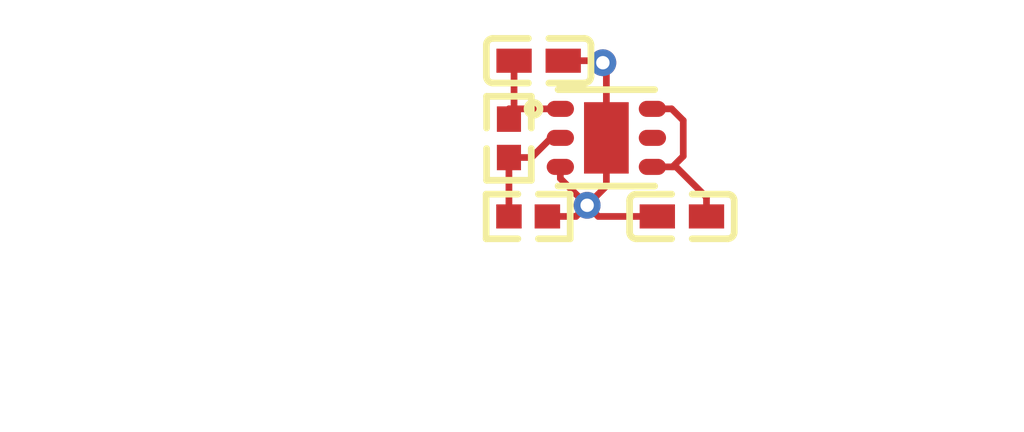
<source format=kicad_pcb>
(kicad_pcb (version 20241229) (generator "pcbnew") (generator_version "9.0")
  (layers (0 "F.Cu" signal) (2 "B.Cu" signal) (13 "F.Paste" user) (15 "B.Paste" user) (5 "F.SilkS" user "F.Silkscreen") (7 "B.SilkS" user "B.Silkscreen") (1 "F.Mask" user) (3 "B.Mask" user) (25 "Edge.Cuts" user))
  (net 0 "")
  (net 1 "DNC")
  (net 2 "hv")
  (net 3 "gnd")
  (net 4 "OUT")
  (net 5 "FB")
  (footprint "UNI_ROYAL_0402WGF1002TCE:R0402" (layer "F.Cu") (at 141.32 104.01 -90)
    (property "Reference" "R2" (hide yes))
    (property "Value" "10kΩ ±1% 62.5mW")
    (fp_line (start -0.23 0.5) (end -0.94 0.5) (stroke (width 0.15)) (layer "F.SilkS"))
    (fp_line (start -0.94 0.5) (end -0.94 -0.5) (stroke (width 0.15)) (layer "F.SilkS"))
    (fp_line (start -0.94 -0.5) (end -0.23 -0.5) (stroke (width 0.15)) (layer "F.SilkS"))
    (fp_line (start 0.23 0.5) (end 0.94 0.5) (stroke (width 0.15)) (layer "F.SilkS"))
    (fp_line (start 0.94 0.5) (end 0.94 -0.5) (stroke (width 0.15)) (layer "F.SilkS"))
    (fp_line (start 0.94 -0.5) (end 0.23 -0.5) (stroke (width 0.15)) (layer "F.SilkS"))
    (pad "2" smd rect (at 0.43 0 -90) (size 0.57 0.54) (layers "F.Cu" "F.Paste" "F.Mask") (net 5 "FB"))
    (pad "1" smd rect (at -0.43 0 -90) (size 0.57 0.54) (layers "F.Cu" "F.Paste" "F.Mask") (net 4 "OUT"))
  )
  (footprint "Samsung_Electro_Mechanics_CL05A105KA5NQNC:C0402" (layer "F.Cu") (at 141.984604 102.271861 0)
    (property "Reference" "C2" (hide yes))
    (property "Value" "1µF ±10% 25V X5R")
    (fp_line (start -1.17 0.35) (end -1.17 -0.35) (stroke (width 0.15)) (layer "F.SilkS"))
    (fp_line (start -1.02 -0.5) (end -0.23 -0.5) (stroke (width 0.15)) (layer "F.SilkS"))
    (fp_line (start -0.23 0.5) (end -1.02 0.5) (stroke (width 0.15)) (layer "F.SilkS"))
    (fp_line (start 0.23 0.5) (end 1.02 0.5) (stroke (width 0.15)) (layer "F.SilkS"))
    (fp_line (start 1.02 -0.5) (end 0.23 -0.5) (stroke (width 0.15)) (layer "F.SilkS"))
    (fp_line (start 1.17 0.35) (end 1.17 -0.35) (stroke (width 0.15)) (layer "F.SilkS"))
    (fp_arc (start -1.17 -0.35) (mid -1.126066 -0.456066) (end -1.02 -0.5) (stroke (width 0.15)) (layer "F.SilkS"))
    (fp_arc (start -1.02 0.5) (mid -1.126066 0.456066) (end -1.17 0.35) (stroke (width 0.15)) (layer "F.SilkS"))
    (fp_arc (start 1.02 -0.5) (mid 1.126066 -0.456066) (end 1.17 -0.35) (stroke (width 0.15)) (layer "F.SilkS"))
    (fp_arc (start 1.17 0.35) (mid 1.126066 0.456066) (end 1.02 0.5) (stroke (width 0.15)) (layer "F.SilkS"))
    (pad "1" smd rect (at -0.55 0 0) (size 0.79 0.54) (layers "F.Cu" "F.Mask" "F.Paste") (net 4 "OUT"))
    (pad "2" smd rect (at 0.55 0 0) (size 0.79 0.54) (layers "F.Cu" "F.Mask" "F.Paste") (net 3 "gnd"))
  )
  (footprint "Texas_Instruments_TLV75901PDRVR:WSON-6_L2.0-W2.0-P0.65-TL-EP" (layer "F.Cu") (at 143.5 104 0)
    (property "Reference" "U1" (hide yes))
    (property "Value" "")
    (fp_line (start -1.08 -1.08) (end 1.08 -1.08) (stroke (width 0.15)) (layer "F.SilkS"))
    (fp_line (start -1.08 1.08) (end 1.08 1.08) (stroke (width 0.15)) (layer "F.SilkS"))
    (fp_circle (center -1.63 -0.65) (end -1.56 -0.65) (stroke (width 0.15)) (fill no) (layer "F.SilkS"))
    (pad "1" smd oval (at -1.03 -0.65 270) (size 0.36 0.61) (layers "F.Cu" "F.Mask" "F.Paste") (net 4 "OUT"))
    (pad "2" smd oval (at -1.03 0 270) (size 0.36 0.61) (layers "F.Cu" "F.Mask" "F.Paste") (net 5 "FB"))
    (pad "3" smd oval (at -1.03 0.65 270) (size 0.36 0.61) (layers "F.Cu" "F.Mask" "F.Paste") (net 3 "gnd"))
    (pad "4" smd oval (at 1.03 0.65 270) (size 0.36 0.61) (layers "F.Cu" "F.Mask" "F.Paste") (net 2 "hv"))
    (pad "5" smd oval (at 1.03 0 270) (size 0.36 0.61) (layers "F.Cu" "F.Mask" "F.Paste") (net 1 "DNC"))
    (pad "6" smd oval (at 1.03 -0.65 270) (size 0.36 0.61) (layers "F.Cu" "F.Mask" "F.Paste") (net 2 "hv"))
    (pad "7" smd rect (at 0 0 0) (size 1 1.6) (layers "F.Cu" "F.Mask" "F.Paste") (net 3 "gnd"))
  )
  (footprint "UNI_ROYAL_0402WGF2001TCE:R0402" (layer "F.Cu") (at 141.75 105.76 0)
    (property "Reference" "R1" (hide yes))
    (property "Value" "2kΩ ±1% 62.5mW")
    (fp_line (start -0.23 0.5) (end -0.94 0.5) (stroke (width 0.15)) (layer "F.SilkS"))
    (fp_line (start -0.94 0.5) (end -0.94 -0.5) (stroke (width 0.15)) (layer "F.SilkS"))
    (fp_line (start -0.94 -0.5) (end -0.23 -0.5) (stroke (width 0.15)) (layer "F.SilkS"))
    (fp_line (start 0.23 0.5) (end 0.94 0.5) (stroke (width 0.15)) (layer "F.SilkS"))
    (fp_line (start 0.94 0.5) (end 0.94 -0.5) (stroke (width 0.15)) (layer "F.SilkS"))
    (fp_line (start 0.94 -0.5) (end 0.23 -0.5) (stroke (width 0.15)) (layer "F.SilkS"))
    (pad "2" smd rect (at 0.43 0 0) (size 0.57 0.54) (layers "F.Cu" "F.Paste" "F.Mask") (net 3 "gnd"))
    (pad "1" smd rect (at -0.43 0 0) (size 0.57 0.54) (layers "F.Cu" "F.Paste" "F.Mask") (net 5 "FB"))
  )
  (footprint "Samsung_Electro_Mechanics_CL05A105KA5NQNC:C0402" (layer "F.Cu") (at 145.19 105.76 180)
    (property "Reference" "C1" (hide yes))
    (property "Value" "1µF ±10% 25V X5R")
    (fp_line (start 1.17 0.35) (end 1.17 -0.35) (stroke (width 0.15)) (layer "F.SilkS"))
    (fp_line (start 1.02 -0.5) (end 0.23 -0.5) (stroke (width 0.15)) (layer "F.SilkS"))
    (fp_line (start 0.23 0.5) (end 1.02 0.5) (stroke (width 0.15)) (layer "F.SilkS"))
    (fp_line (start -0.23 0.5) (end -1.02 0.5) (stroke (width 0.15)) (layer "F.SilkS"))
    (fp_line (start -1.02 -0.5) (end -0.23 -0.5) (stroke (width 0.15)) (layer "F.SilkS"))
    (fp_line (start -1.17 0.35) (end -1.17 -0.35) (stroke (width 0.15)) (layer "F.SilkS"))
    (fp_arc (start 1.17 0.35) (mid 1.126066 0.456066) (end 1.02 0.5) (stroke (width 0.15)) (layer "F.SilkS"))
    (fp_arc (start 1.02 -0.5) (mid 1.126066 -0.456066) (end 1.17 -0.35) (stroke (width 0.15)) (layer "F.SilkS"))
    (fp_arc (start -1.02 0.5) (mid -1.126066 0.456066) (end -1.17 0.35) (stroke (width 0.15)) (layer "F.SilkS"))
    (fp_arc (start -1.17 -0.35) (mid -1.126066 -0.456066) (end -1.02 -0.5) (stroke (width 0.15)) (layer "F.SilkS"))
    (pad "1" smd rect (at -0.55 0 180) (size 0.79 0.54) (layers "F.Cu" "F.Mask" "F.Paste") (net 2 "hv"))
    (pad "2" smd rect (at 0.55 0 180) (size 0.79 0.54) (layers "F.Cu" "F.Mask" "F.Paste") (net 3 "gnd"))
  )
  (via (at 143.07 105.51) (size 0.6) (drill 0.3) (layers "F.Cu" "B.Cu") (net 3))
  (via (at 143.421543 102.316211) (size 0.6) (drill 0.3) (layers "F.Cu" "B.Cu") (net 3))
  (segment (start 145.74 105.33) (end 145.06 104.65) (width 0.15) (net 2) (layer "F.Cu"))
  (segment (start 144.53 104.65) (end 144.98 104.65) (width 0.15) (net 2) (layer "F.Cu"))
  (segment (start 144.53 103.35) (end 144.96 103.35) (width 0.15) (net 2) (layer "F.Cu"))
  (segment (start 144.96 103.35) (end 145.22 103.61) (width 0.15) (net 2) (layer "F.Cu"))
  (segment (start 144.98 104.65) (end 145.22 104.41) (width 0.15) (net 2) (layer "F.Cu"))
  (segment (start 145.06 104.65) (end 144.98 104.65) (width 0.15) (net 2) (layer "F.Cu"))
  (segment (start 145.22 104.41) (end 145.22 103.61) (width 0.15) (net 2) (layer "F.Cu"))
  (segment (start 145.74 105.76) (end 145.74 105.33) (width 0.15) (net 2) (layer "F.Cu"))
  (segment (start 142.534604 102.271861) (end 143.377193 102.271861) (width 0.15) (net 3) (layer "F.Cu"))
  (segment (start 142.18 105.76) (end 142.82 105.76) (width 0.15) (net 3) (layer "F.Cu"))
  (segment (start 143.377193 102.271861) (end 143.421543 102.316211) (width 0.15) (net 3) (layer "F.Cu"))
  (segment (start 142.82 105.76) (end 143.07 105.51) (width 0.15) (net 3) (layer "F.Cu"))
  (segment (start 143.5 102.394668) (end 143.5 104) (width 0.15) (net 3) (layer "F.Cu"))
  (segment (start 142.47 104.91) (end 143.07 105.51) (width 0.15) (net 3) (layer "F.Cu"))
  (segment (start 143.32 105.76) (end 143.07 105.51) (width 0.15) (net 3) (layer "F.Cu"))
  (segment (start 143.421543 102.316211) (end 143.5 102.394668) (width 0.15) (net 3) (layer "F.Cu"))
  (segment (start 143.5 105.08) (end 143.07 105.51) (width 0.15) (net 3) (layer "F.Cu"))
  (segment (start 144.64 105.76) (end 143.32 105.76) (width 0.15) (net 3) (layer "F.Cu"))
  (segment (start 143.5 104) (end 143.5 105.08) (width 0.15) (net 3) (layer "F.Cu"))
  (segment (start 142.47 104.65) (end 142.47 104.91) (width 0.15) (net 3) (layer "F.Cu"))
  (segment (start 141.32 103.35) (end 141.32 103.58) (width 0.15) (net 4) (layer "F.Cu"))
  (segment (start 142.47 103.35) (end 141.32 103.35) (width 0.15) (net 4) (layer "F.Cu"))
  (segment (start 141.434604 103.465396) (end 141.32 103.58) (width 0.15) (net 4) (layer "F.Cu"))
  (segment (start 141.434604 102.271861) (end 141.434604 103.465396) (width 0.15) (net 4) (layer "F.Cu"))
  (segment (start 142.265 104) (end 141.825 104.44) (width 0.15) (net 5) (layer "F.Cu"))
  (segment (start 141.32 104.44) (end 141.32 105.76) (width 0.15) (net 5) (layer "F.Cu"))
  (segment (start 142.47 104) (end 142.265 104) (width 0.15) (net 5) (layer "F.Cu"))
  (segment (start 141.825 104.44) (end 141.32 104.44) (width 0.15) (net 5) (layer "F.Cu"))
)
</source>
